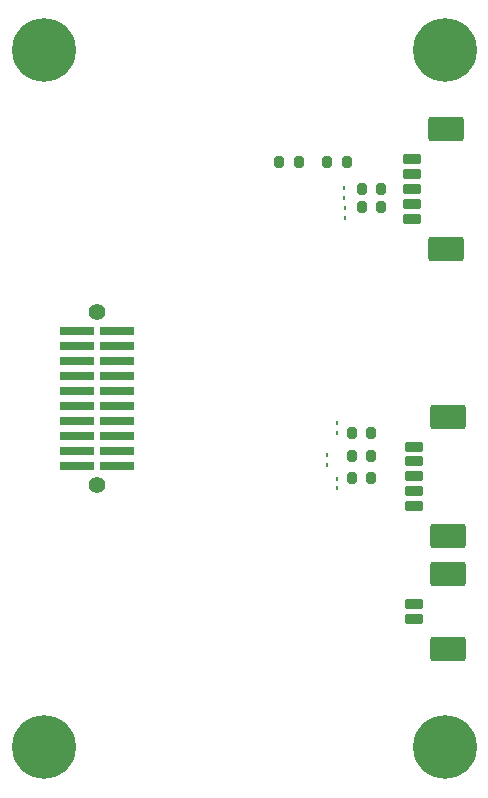
<source format=gts>
%TF.GenerationSoftware,KiCad,Pcbnew,(6.0.6)*%
%TF.CreationDate,2022-07-08T14:59:32+02:00*%
%TF.ProjectId,XCOMMS_Interface,58434f4d-4d53-45f4-996e-746572666163,rev?*%
%TF.SameCoordinates,Original*%
%TF.FileFunction,Soldermask,Top*%
%TF.FilePolarity,Negative*%
%FSLAX46Y46*%
G04 Gerber Fmt 4.6, Leading zero omitted, Abs format (unit mm)*
G04 Created by KiCad (PCBNEW (6.0.6)) date 2022-07-08 14:59:32*
%MOMM*%
%LPD*%
G01*
G04 APERTURE LIST*
G04 Aperture macros list*
%AMRoundRect*
0 Rectangle with rounded corners*
0 $1 Rounding radius*
0 $2 $3 $4 $5 $6 $7 $8 $9 X,Y pos of 4 corners*
0 Add a 4 corners polygon primitive as box body*
4,1,4,$2,$3,$4,$5,$6,$7,$8,$9,$2,$3,0*
0 Add four circle primitives for the rounded corners*
1,1,$1+$1,$2,$3*
1,1,$1+$1,$4,$5*
1,1,$1+$1,$6,$7*
1,1,$1+$1,$8,$9*
0 Add four rect primitives between the rounded corners*
20,1,$1+$1,$2,$3,$4,$5,0*
20,1,$1+$1,$4,$5,$6,$7,0*
20,1,$1+$1,$6,$7,$8,$9,0*
20,1,$1+$1,$8,$9,$2,$3,0*%
G04 Aperture macros list end*
%ADD10R,2.920000X0.740000*%
%ADD11C,1.420000*%
%ADD12R,0.250000X0.360000*%
%ADD13C,5.400000*%
%ADD14RoundRect,0.200000X-0.200000X-0.275000X0.200000X-0.275000X0.200000X0.275000X-0.200000X0.275000X0*%
%ADD15RoundRect,0.200000X0.600000X-0.200000X0.600000X0.200000X-0.600000X0.200000X-0.600000X-0.200000X0*%
%ADD16RoundRect,0.250001X1.249999X-0.799999X1.249999X0.799999X-1.249999X0.799999X-1.249999X-0.799999X0*%
%ADD17RoundRect,0.200000X0.200000X0.275000X-0.200000X0.275000X-0.200000X-0.275000X0.200000X-0.275000X0*%
G04 APERTURE END LIST*
D10*
%TO.C,J1*%
X133797200Y-98784989D03*
X137227200Y-98784989D03*
X133797200Y-100054989D03*
X137227200Y-100054989D03*
X133797200Y-101324989D03*
X137227200Y-101324989D03*
X133797200Y-102594989D03*
X137227200Y-102594989D03*
X133797200Y-103864989D03*
X137227200Y-103864989D03*
X133797200Y-105134989D03*
X137227200Y-105134989D03*
X133797200Y-106404989D03*
X137227200Y-106404989D03*
X133797200Y-107674989D03*
X137227200Y-107674989D03*
X133797200Y-108944989D03*
X137227200Y-108944989D03*
X133797200Y-110214989D03*
X137227200Y-110214989D03*
D11*
X135512200Y-111804989D03*
X135512200Y-97194989D03*
%TD*%
D12*
%TO.C,D2*%
X154990800Y-110148000D03*
X154990800Y-109308000D03*
%TD*%
%TO.C,D5*%
X156464000Y-87542000D03*
X156464000Y-86702000D03*
%TD*%
D13*
%TO.C,SCRW4*%
X165000000Y-75000000D03*
%TD*%
D14*
%TO.C,R28*%
X157925000Y-88274000D03*
X159575000Y-88274000D03*
%TD*%
D12*
%TO.C,D4*%
X156500000Y-89170000D03*
X156500000Y-88330000D03*
%TD*%
D15*
%TO.C,J4*%
X162339600Y-123125000D03*
X162339600Y-121875000D03*
D16*
X165239600Y-125675000D03*
X165239600Y-119325000D03*
%TD*%
D14*
%TO.C,R23*%
X150940000Y-84455000D03*
X152590000Y-84455000D03*
%TD*%
%TO.C,R27*%
X157091000Y-107442000D03*
X158741000Y-107442000D03*
%TD*%
%TO.C,R25*%
X157091000Y-111252000D03*
X158741000Y-111252000D03*
%TD*%
D12*
%TO.C,D1*%
X155874600Y-112103800D03*
X155874600Y-111263800D03*
%TD*%
D13*
%TO.C,SCRW2*%
X165000000Y-134000000D03*
%TD*%
D17*
%TO.C,R24*%
X156654000Y-84453000D03*
X155004000Y-84453000D03*
%TD*%
D12*
%TO.C,D3*%
X155874600Y-106590200D03*
X155874600Y-107430200D03*
%TD*%
D15*
%TO.C,J3*%
X162192000Y-89250000D03*
X162192000Y-88000000D03*
X162192000Y-86750000D03*
X162192000Y-85500000D03*
X162192000Y-84250000D03*
D16*
X165092000Y-81700000D03*
X165092000Y-91800000D03*
%TD*%
D14*
%TO.C,R29*%
X157925000Y-86750000D03*
X159575000Y-86750000D03*
%TD*%
D15*
%TO.C,J2*%
X162350000Y-113566800D03*
X162350000Y-112316800D03*
X162350000Y-111066800D03*
X162350000Y-109816800D03*
X162350000Y-108566800D03*
D16*
X165250000Y-106016800D03*
X165250000Y-116116800D03*
%TD*%
D13*
%TO.C,SCRW1*%
X131000000Y-134000000D03*
%TD*%
D14*
%TO.C,R26*%
X157091000Y-109349800D03*
X158741000Y-109349800D03*
%TD*%
D13*
%TO.C,SCRW3*%
X131000000Y-75000000D03*
%TD*%
M02*

</source>
